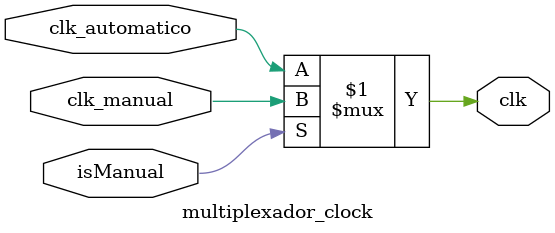
<source format=v>
module multiplexador_clock(clk_manual, clk_automatico, isManual, clk);
	// Entradas
	input clk_manual;
	input clk_automatico;
	
	// Controle
	input isManual;
	
	// Saida
	output clk;
	assign clk = isManual ? clk_manual : clk_automatico;
endmodule

</source>
